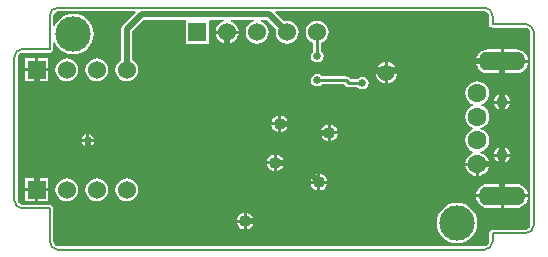
<source format=gbl>
%FSLAX25Y25*%
%MOIN*%
G70*
G01*
G75*
G04 Layer_Physical_Order=2*
G04 Layer_Color=16711680*
%ADD10R,0.03937X0.03937*%
%ADD11C,0.03937*%
%ADD12R,0.03150X0.03150*%
%ADD13R,0.03150X0.03150*%
%ADD14R,0.00984X0.06299*%
%ADD15R,0.06299X0.00984*%
%ADD16O,0.06299X0.00984*%
%ADD17O,0.03937X0.03937*%
%ADD18R,0.07087X0.04724*%
%ADD19O,0.04000X0.01200*%
%ADD20R,0.04000X0.01200*%
%ADD21R,0.03600X0.03600*%
%ADD22R,0.03600X0.05000*%
%ADD23R,0.09449X0.03937*%
%ADD24R,0.09449X0.12992*%
%ADD25C,0.01000*%
%ADD26C,0.02000*%
%ADD27C,0.04000*%
%ADD28C,0.00787*%
%ADD29C,0.06299*%
%ADD30C,0.03937*%
%ADD31O,0.15748X0.06299*%
%ADD32C,0.06000*%
%ADD33R,0.06000X0.06000*%
%ADD34C,0.11811*%
%ADD35C,0.05512*%
%ADD36C,0.02500*%
%ADD37C,0.04000*%
G36*
X157283Y79377D02*
X157783Y79043D01*
X158117Y78543D01*
X158233Y77960D01*
X158232Y77953D01*
Y75197D01*
X158324Y74731D01*
X158588Y74336D01*
X158983Y74072D01*
X159449Y73980D01*
X170472D01*
X170480Y73981D01*
X171063Y73865D01*
X171563Y73531D01*
X171897Y73031D01*
X172013Y72448D01*
X172011Y72441D01*
Y8268D01*
X172013Y8260D01*
X171897Y7678D01*
X171563Y7177D01*
X171063Y6843D01*
X170480Y6727D01*
X170472Y6729D01*
X159449D01*
X158983Y6636D01*
X158588Y6372D01*
X158324Y5978D01*
X158232Y5512D01*
Y2756D01*
X158233Y2748D01*
X158117Y2166D01*
X157783Y1666D01*
X157283Y1331D01*
X156701Y1216D01*
X156693Y1217D01*
X14567D01*
X14559Y1216D01*
X13977Y1331D01*
X13477Y1666D01*
X13142Y2166D01*
X13027Y2748D01*
X13028Y2756D01*
Y13780D01*
X12935Y14245D01*
X12672Y14640D01*
X12277Y14904D01*
X11811Y14997D01*
X2756D01*
X2748Y14995D01*
X2166Y15111D01*
X1666Y15445D01*
X1331Y15945D01*
X1216Y16528D01*
X1217Y16535D01*
Y64173D01*
X1216Y64181D01*
X1331Y64763D01*
X1666Y65263D01*
X2166Y65598D01*
X2748Y65714D01*
X2756Y65712D01*
X11811D01*
X12277Y65805D01*
X12672Y66069D01*
X12935Y66463D01*
X13028Y66929D01*
Y69051D01*
X13513Y69173D01*
X14083Y68107D01*
X14921Y67086D01*
X15942Y66248D01*
X17107Y65625D01*
X18371Y65242D01*
X19685Y65112D01*
X21000Y65242D01*
X22264Y65625D01*
X23428Y66248D01*
X24450Y67086D01*
X25288Y68107D01*
X25910Y69272D01*
X26294Y70536D01*
X26423Y71850D01*
X26294Y73165D01*
X25910Y74429D01*
X25288Y75594D01*
X24450Y76615D01*
X23428Y77453D01*
X22264Y78075D01*
X21000Y78459D01*
X19685Y78588D01*
X18371Y78459D01*
X17107Y78075D01*
X15942Y77453D01*
X14921Y76615D01*
X14083Y75594D01*
X13513Y74528D01*
X13028Y74650D01*
Y77953D01*
X13027Y77960D01*
X13142Y78543D01*
X13477Y79043D01*
X13977Y79377D01*
X14559Y79493D01*
X14567Y79492D01*
X40243D01*
X40434Y79030D01*
X36202Y74798D01*
X35804Y74202D01*
X35781Y74086D01*
X35665Y73500D01*
Y63353D01*
X35584Y63319D01*
X34790Y62710D01*
X34181Y61916D01*
X33798Y60992D01*
X33667Y60000D01*
X33798Y59008D01*
X34181Y58084D01*
X34790Y57290D01*
X35584Y56681D01*
X36508Y56298D01*
X37500Y56167D01*
X38492Y56298D01*
X39416Y56681D01*
X40210Y57290D01*
X40819Y58084D01*
X41202Y59008D01*
X41333Y60000D01*
X41202Y60992D01*
X40819Y61916D01*
X40210Y62710D01*
X39416Y63319D01*
X39335Y63353D01*
Y72740D01*
X43260Y76665D01*
X57200D01*
Y76300D01*
X57200D01*
Y68700D01*
X64800D01*
Y76300D01*
X64800D01*
Y76311D01*
X65154Y76665D01*
X69843D01*
X69941Y76174D01*
X69084Y75819D01*
X68290Y75210D01*
X67681Y74416D01*
X67298Y73492D01*
X67233Y73000D01*
X74767D01*
X74702Y73492D01*
X74319Y74416D01*
X73710Y75210D01*
X72916Y75819D01*
X72059Y76174D01*
X72157Y76665D01*
X79843D01*
X79941Y76174D01*
X79084Y75819D01*
X78290Y75210D01*
X77681Y74416D01*
X77298Y73492D01*
X77167Y72500D01*
X77298Y71508D01*
X77681Y70584D01*
X78290Y69790D01*
X79084Y69181D01*
X80008Y68798D01*
X81000Y68667D01*
X81992Y68798D01*
X82916Y69181D01*
X83710Y69790D01*
X84319Y70584D01*
X84702Y71508D01*
X84833Y72500D01*
X84702Y73492D01*
X84319Y74416D01*
X83710Y75210D01*
X82916Y75819D01*
X82059Y76174D01*
X82157Y76665D01*
X84240D01*
X87331Y73573D01*
X87298Y73492D01*
X87167Y72500D01*
X87298Y71508D01*
X87681Y70584D01*
X88290Y69790D01*
X89084Y69181D01*
X90008Y68798D01*
X91000Y68667D01*
X91992Y68798D01*
X92916Y69181D01*
X93710Y69790D01*
X94319Y70584D01*
X94702Y71508D01*
X94833Y72500D01*
X94702Y73492D01*
X94319Y74416D01*
X93710Y75210D01*
X92916Y75819D01*
X91992Y76202D01*
X91000Y76333D01*
X90008Y76202D01*
X89927Y76169D01*
X87066Y79030D01*
X87257Y79492D01*
X156693D01*
X156701Y79493D01*
X157283Y79377D01*
D02*
G37*
%LPC*%
G36*
X158249Y28043D02*
X154831D01*
Y24625D01*
X155362Y24695D01*
X156323Y25093D01*
X157148Y25726D01*
X157781Y26551D01*
X158179Y27512D01*
X158249Y28043D01*
D02*
G37*
G36*
X153831D02*
X150413D01*
X150483Y27512D01*
X150881Y26551D01*
X151514Y25726D01*
X152339Y25093D01*
X153300Y24695D01*
X153831Y24625D01*
Y28043D01*
D02*
G37*
G36*
X86500Y28500D02*
X84242D01*
X84272Y28269D01*
X84554Y27588D01*
X85003Y27003D01*
X85588Y26554D01*
X86269Y26272D01*
X86500Y26242D01*
Y28500D01*
D02*
G37*
G36*
X89758D02*
X87500D01*
Y26242D01*
X87731Y26272D01*
X88412Y26554D01*
X88997Y27003D01*
X89446Y27588D01*
X89728Y28269D01*
X89758Y28500D01*
D02*
G37*
G36*
X11300Y23800D02*
X8000D01*
Y20500D01*
X11300D01*
Y23800D01*
D02*
G37*
G36*
X7000D02*
X3700D01*
Y20500D01*
X7000D01*
Y23800D01*
D02*
G37*
G36*
X102000Y25258D02*
Y23000D01*
X104258D01*
X104228Y23231D01*
X103946Y23912D01*
X103497Y24497D01*
X102912Y24946D01*
X102231Y25228D01*
X102000Y25258D01*
D02*
G37*
G36*
X101000D02*
X100769Y25228D01*
X100088Y24946D01*
X99503Y24497D01*
X99054Y23912D01*
X98772Y23231D01*
X98742Y23000D01*
X101000D01*
Y25258D01*
D02*
G37*
G36*
X162098Y34223D02*
X161876Y34193D01*
X161202Y33914D01*
X160624Y33471D01*
X160180Y32892D01*
X159901Y32219D01*
X159872Y31996D01*
X162098D01*
Y34223D01*
D02*
G37*
G36*
X87500Y31758D02*
Y29500D01*
X89758D01*
X89728Y29731D01*
X89446Y30412D01*
X88997Y30997D01*
X88412Y31446D01*
X87731Y31728D01*
X87500Y31758D01*
D02*
G37*
G36*
X24000Y36000D02*
X22509D01*
X22569Y35700D01*
X23022Y35022D01*
X23700Y34569D01*
X24000Y34509D01*
Y36000D01*
D02*
G37*
G36*
X163098Y34223D02*
Y31996D01*
X165325D01*
X165296Y32219D01*
X165017Y32892D01*
X164573Y33471D01*
X163995Y33914D01*
X163321Y34193D01*
X163098Y34223D01*
D02*
G37*
G36*
X165325Y30996D02*
X163098D01*
Y28769D01*
X163321Y28799D01*
X163995Y29078D01*
X164573Y29522D01*
X165017Y30100D01*
X165296Y30773D01*
X165325Y30996D01*
D02*
G37*
G36*
X162098D02*
X159872D01*
X159901Y30773D01*
X160180Y30100D01*
X160624Y29522D01*
X161202Y29078D01*
X161876Y28799D01*
X162098Y28769D01*
Y30996D01*
D02*
G37*
G36*
X86500Y31758D02*
X86269Y31728D01*
X85588Y31446D01*
X85003Y30997D01*
X84554Y30412D01*
X84272Y29731D01*
X84242Y29500D01*
X86500D01*
Y31758D01*
D02*
G37*
G36*
X154331Y56149D02*
X153300Y56013D01*
X152339Y55615D01*
X151514Y54982D01*
X150881Y54157D01*
X150483Y53196D01*
X150347Y52165D01*
X150483Y51134D01*
X150881Y50173D01*
X151514Y49349D01*
X152339Y48715D01*
X152911Y48478D01*
Y47978D01*
X152339Y47741D01*
X151514Y47108D01*
X150881Y46283D01*
X150483Y45322D01*
X150347Y44291D01*
X150483Y43260D01*
X150881Y42300D01*
X151514Y41474D01*
X152339Y40841D01*
X152911Y40604D01*
Y40104D01*
X152339Y39867D01*
X151514Y39234D01*
X150881Y38409D01*
X150483Y37448D01*
X150347Y36417D01*
X150483Y35386D01*
X150881Y34426D01*
X151514Y33600D01*
X152339Y32967D01*
X152911Y32730D01*
Y32230D01*
X152339Y31993D01*
X151514Y31360D01*
X150881Y30535D01*
X150483Y29574D01*
X150413Y29043D01*
X158249D01*
X158179Y29574D01*
X157781Y30535D01*
X157148Y31360D01*
X156323Y31993D01*
X155362Y32391D01*
Y32569D01*
X156323Y32967D01*
X157148Y33600D01*
X157781Y34426D01*
X158179Y35386D01*
X158314Y36417D01*
X158179Y37448D01*
X157781Y38409D01*
X157148Y39234D01*
X156323Y39867D01*
X155362Y40265D01*
Y40443D01*
X156323Y40841D01*
X157148Y41474D01*
X157781Y42300D01*
X158179Y43260D01*
X158314Y44291D01*
X158179Y45322D01*
X157781Y46283D01*
X157148Y47108D01*
X156323Y47741D01*
X155362Y48139D01*
Y48317D01*
X156323Y48715D01*
X157148Y49349D01*
X157781Y50173D01*
X158179Y51134D01*
X158314Y52165D01*
X158179Y53196D01*
X157781Y54157D01*
X157148Y54982D01*
X156323Y55615D01*
X155362Y56013D01*
X154331Y56149D01*
D02*
G37*
G36*
X162098Y17413D02*
X153956D01*
X154026Y16882D01*
X154424Y15922D01*
X155057Y15097D01*
X155882Y14463D01*
X156843Y14065D01*
X157874Y13930D01*
X162098D01*
Y17413D01*
D02*
G37*
G36*
X77500Y12258D02*
Y10000D01*
X79758D01*
X79728Y10231D01*
X79446Y10912D01*
X78997Y11497D01*
X78412Y11946D01*
X77731Y12228D01*
X77500Y12258D01*
D02*
G37*
G36*
X17500Y23833D02*
X16508Y23702D01*
X15584Y23319D01*
X14790Y22710D01*
X14181Y21916D01*
X13798Y20992D01*
X13667Y20000D01*
X13798Y19008D01*
X14181Y18084D01*
X14790Y17290D01*
X15584Y16681D01*
X16508Y16298D01*
X17500Y16167D01*
X18492Y16298D01*
X19416Y16681D01*
X20210Y17290D01*
X20819Y18084D01*
X21202Y19008D01*
X21333Y20000D01*
X21202Y20992D01*
X20819Y21916D01*
X20210Y22710D01*
X19416Y23319D01*
X18492Y23702D01*
X17500Y23833D01*
D02*
G37*
G36*
X171241Y17413D02*
X163098D01*
Y13930D01*
X167323D01*
X168354Y14065D01*
X169315Y14463D01*
X170140Y15097D01*
X170773Y15922D01*
X171171Y16882D01*
X171241Y17413D01*
D02*
G37*
G36*
X76500Y9000D02*
X74242D01*
X74272Y8769D01*
X74554Y8088D01*
X75003Y7503D01*
X75588Y7054D01*
X76269Y6772D01*
X76500Y6742D01*
Y9000D01*
D02*
G37*
G36*
X147638Y15596D02*
X146323Y15467D01*
X145059Y15083D01*
X143894Y14461D01*
X142873Y13623D01*
X142035Y12602D01*
X141413Y11437D01*
X141029Y10173D01*
X140900Y8858D01*
X141029Y7544D01*
X141413Y6280D01*
X142035Y5115D01*
X142873Y4094D01*
X143894Y3256D01*
X145059Y2633D01*
X146323Y2250D01*
X147638Y2120D01*
X148952Y2250D01*
X150216Y2633D01*
X151381Y3256D01*
X152402Y4094D01*
X153240Y5115D01*
X153863Y6280D01*
X154246Y7544D01*
X154376Y8858D01*
X154246Y10173D01*
X153863Y11437D01*
X153240Y12602D01*
X152402Y13623D01*
X151381Y14461D01*
X150216Y15083D01*
X148952Y15467D01*
X147638Y15596D01*
D02*
G37*
G36*
X76500Y12258D02*
X76269Y12228D01*
X75588Y11946D01*
X75003Y11497D01*
X74554Y10912D01*
X74272Y10231D01*
X74242Y10000D01*
X76500D01*
Y12258D01*
D02*
G37*
G36*
X79758Y9000D02*
X77500D01*
Y6742D01*
X77731Y6772D01*
X78412Y7054D01*
X78997Y7503D01*
X79446Y8088D01*
X79728Y8769D01*
X79758Y9000D01*
D02*
G37*
G36*
X167323Y21897D02*
X163098D01*
Y18413D01*
X171241D01*
X171171Y18944D01*
X170773Y19905D01*
X170140Y20730D01*
X169315Y21363D01*
X168354Y21761D01*
X167323Y21897D01*
D02*
G37*
G36*
X162098D02*
X157874D01*
X156843Y21761D01*
X155882Y21363D01*
X155057Y20730D01*
X154424Y19905D01*
X154026Y18944D01*
X153956Y18413D01*
X162098D01*
Y21897D01*
D02*
G37*
G36*
X104258Y22000D02*
X102000D01*
Y19742D01*
X102231Y19772D01*
X102912Y20054D01*
X103497Y20503D01*
X103946Y21088D01*
X104228Y21769D01*
X104258Y22000D01*
D02*
G37*
G36*
X101000D02*
X98742D01*
X98772Y21769D01*
X99054Y21088D01*
X99503Y20503D01*
X100088Y20054D01*
X100769Y19772D01*
X101000Y19742D01*
Y22000D01*
D02*
G37*
G36*
X37500Y23833D02*
X36508Y23702D01*
X35584Y23319D01*
X34790Y22710D01*
X34181Y21916D01*
X33798Y20992D01*
X33667Y20000D01*
X33798Y19008D01*
X34181Y18084D01*
X34790Y17290D01*
X35584Y16681D01*
X36508Y16298D01*
X37500Y16167D01*
X38492Y16298D01*
X39416Y16681D01*
X40210Y17290D01*
X40819Y18084D01*
X41202Y19008D01*
X41333Y20000D01*
X41202Y20992D01*
X40819Y21916D01*
X40210Y22710D01*
X39416Y23319D01*
X38492Y23702D01*
X37500Y23833D01*
D02*
G37*
G36*
X27500D02*
X26508Y23702D01*
X25584Y23319D01*
X24790Y22710D01*
X24181Y21916D01*
X23798Y20992D01*
X23667Y20000D01*
X23798Y19008D01*
X24181Y18084D01*
X24790Y17290D01*
X25584Y16681D01*
X26508Y16298D01*
X27500Y16167D01*
X28492Y16298D01*
X29416Y16681D01*
X30210Y17290D01*
X30819Y18084D01*
X31202Y19008D01*
X31333Y20000D01*
X31202Y20992D01*
X30819Y21916D01*
X30210Y22710D01*
X29416Y23319D01*
X28492Y23702D01*
X27500Y23833D01*
D02*
G37*
G36*
X11300Y19500D02*
X8000D01*
Y16200D01*
X11300D01*
Y19500D01*
D02*
G37*
G36*
X7000D02*
X3700D01*
Y16200D01*
X7000D01*
Y19500D01*
D02*
G37*
G36*
X26491Y36000D02*
X25000D01*
Y34509D01*
X25300Y34569D01*
X25978Y35022D01*
X26431Y35700D01*
X26491Y36000D01*
D02*
G37*
G36*
X162098Y62295D02*
X153956D01*
X154026Y61764D01*
X154424Y60803D01*
X155057Y59978D01*
X155882Y59345D01*
X156843Y58947D01*
X157874Y58812D01*
X162098D01*
Y62295D01*
D02*
G37*
G36*
X11300Y59500D02*
X8000D01*
Y56200D01*
X11300D01*
Y59500D01*
D02*
G37*
G36*
X123516Y62576D02*
X123088Y62520D01*
X122222Y62161D01*
X121480Y61591D01*
X120910Y60848D01*
X120551Y59983D01*
X120495Y59555D01*
X123516D01*
Y62576D01*
D02*
G37*
G36*
X171241Y62295D02*
X163098D01*
Y58812D01*
X167323D01*
X168354Y58947D01*
X169315Y59345D01*
X170140Y59978D01*
X170773Y60803D01*
X171171Y61764D01*
X171241Y62295D01*
D02*
G37*
G36*
X17500Y63833D02*
X16508Y63702D01*
X15584Y63319D01*
X14790Y62710D01*
X14181Y61916D01*
X13798Y60992D01*
X13667Y60000D01*
X13798Y59008D01*
X14181Y58084D01*
X14790Y57290D01*
X15584Y56681D01*
X16508Y56298D01*
X17500Y56167D01*
X18492Y56298D01*
X19416Y56681D01*
X20210Y57290D01*
X20819Y58084D01*
X21202Y59008D01*
X21333Y60000D01*
X21202Y60992D01*
X20819Y61916D01*
X20210Y62710D01*
X19416Y63319D01*
X18492Y63702D01*
X17500Y63833D01*
D02*
G37*
G36*
X127536Y58555D02*
X124516D01*
Y55534D01*
X124944Y55591D01*
X125809Y55949D01*
X126552Y56519D01*
X127122Y57262D01*
X127480Y58127D01*
X127536Y58555D01*
D02*
G37*
G36*
X7000Y59500D02*
X3700D01*
Y56200D01*
X7000D01*
Y59500D01*
D02*
G37*
G36*
X27500Y63833D02*
X26508Y63702D01*
X25584Y63319D01*
X24790Y62710D01*
X24181Y61916D01*
X23798Y60992D01*
X23667Y60000D01*
X23798Y59008D01*
X24181Y58084D01*
X24790Y57290D01*
X25584Y56681D01*
X26508Y56298D01*
X27500Y56167D01*
X28492Y56298D01*
X29416Y56681D01*
X30210Y57290D01*
X30819Y58084D01*
X31202Y59008D01*
X31333Y60000D01*
X31202Y60992D01*
X30819Y61916D01*
X30210Y62710D01*
X29416Y63319D01*
X28492Y63702D01*
X27500Y63833D01*
D02*
G37*
G36*
X167323Y66779D02*
X163098D01*
Y63295D01*
X171241D01*
X171171Y63826D01*
X170773Y64787D01*
X170140Y65612D01*
X169315Y66245D01*
X168354Y66643D01*
X167323Y66779D01*
D02*
G37*
G36*
X162098D02*
X157874D01*
X156843Y66643D01*
X155882Y66245D01*
X155057Y65612D01*
X154424Y64787D01*
X154026Y63826D01*
X153956Y63295D01*
X162098D01*
Y66779D01*
D02*
G37*
G36*
X74767Y72000D02*
X71500D01*
Y68733D01*
X71992Y68798D01*
X72916Y69181D01*
X73710Y69790D01*
X74319Y70584D01*
X74702Y71508D01*
X74767Y72000D01*
D02*
G37*
G36*
X70500D02*
X67233D01*
X67298Y71508D01*
X67681Y70584D01*
X68290Y69790D01*
X69084Y69181D01*
X70008Y68798D01*
X70500Y68733D01*
Y72000D01*
D02*
G37*
G36*
X7000Y63800D02*
X3700D01*
Y60500D01*
X7000D01*
Y63800D01*
D02*
G37*
G36*
X124516Y62576D02*
Y59555D01*
X127536D01*
X127480Y59983D01*
X127122Y60848D01*
X126552Y61591D01*
X125809Y62161D01*
X124944Y62520D01*
X124516Y62576D01*
D02*
G37*
G36*
X101000Y76333D02*
X100008Y76202D01*
X99084Y75819D01*
X98290Y75210D01*
X97681Y74416D01*
X97298Y73492D01*
X97167Y72500D01*
X97298Y71508D01*
X97681Y70584D01*
X98290Y69790D01*
X99084Y69181D01*
X99674Y68936D01*
Y66080D01*
X99522Y65978D01*
X99069Y65300D01*
X98910Y64500D01*
X99069Y63700D01*
X99522Y63022D01*
X100200Y62569D01*
X101000Y62410D01*
X101800Y62569D01*
X102478Y63022D01*
X102931Y63700D01*
X103090Y64500D01*
X102931Y65300D01*
X102478Y65978D01*
X102325Y66080D01*
Y68936D01*
X102916Y69181D01*
X103710Y69790D01*
X104319Y70584D01*
X104702Y71508D01*
X104833Y72500D01*
X104702Y73492D01*
X104319Y74416D01*
X103710Y75210D01*
X102916Y75819D01*
X101992Y76202D01*
X101000Y76333D01*
D02*
G37*
G36*
X11300Y63800D02*
X8000D01*
Y60500D01*
X11300D01*
Y63800D01*
D02*
G37*
G36*
X91258Y41500D02*
X89000D01*
Y39242D01*
X89231Y39272D01*
X89912Y39554D01*
X90497Y40003D01*
X90946Y40588D01*
X91228Y41269D01*
X91258Y41500D01*
D02*
G37*
G36*
X88000D02*
X85742D01*
X85772Y41269D01*
X86054Y40588D01*
X86503Y40003D01*
X87088Y39554D01*
X87769Y39272D01*
X88000Y39242D01*
Y41500D01*
D02*
G37*
G36*
X105500Y41758D02*
Y39500D01*
X107758D01*
X107728Y39731D01*
X107446Y40412D01*
X106997Y40997D01*
X106412Y41446D01*
X105731Y41728D01*
X105500Y41758D01*
D02*
G37*
G36*
X104500D02*
X104269Y41728D01*
X103588Y41446D01*
X103003Y40997D01*
X102554Y40412D01*
X102272Y39731D01*
X102242Y39500D01*
X104500D01*
Y41758D01*
D02*
G37*
G36*
X107758Y38500D02*
X105500D01*
Y36242D01*
X105731Y36272D01*
X106412Y36554D01*
X106997Y37003D01*
X107446Y37588D01*
X107728Y38269D01*
X107758Y38500D01*
D02*
G37*
G36*
X104500D02*
X102242D01*
X102272Y38269D01*
X102554Y37588D01*
X103003Y37003D01*
X103588Y36554D01*
X104269Y36272D01*
X104500Y36242D01*
Y38500D01*
D02*
G37*
G36*
X25000Y38491D02*
Y37000D01*
X26491D01*
X26431Y37300D01*
X25978Y37978D01*
X25300Y38431D01*
X25000Y38491D01*
D02*
G37*
G36*
X24000D02*
X23700Y38431D01*
X23022Y37978D01*
X22569Y37300D01*
X22509Y37000D01*
X24000D01*
Y38491D01*
D02*
G37*
G36*
X163098Y51939D02*
Y49713D01*
X165325D01*
X165296Y49935D01*
X165017Y50609D01*
X164573Y51187D01*
X163995Y51631D01*
X163321Y51910D01*
X163098Y51939D01*
D02*
G37*
G36*
X162098D02*
X161876Y51910D01*
X161202Y51631D01*
X160624Y51187D01*
X160180Y50609D01*
X159901Y49935D01*
X159872Y49713D01*
X162098D01*
Y51939D01*
D02*
G37*
G36*
X123516Y58555D02*
X120495D01*
X120551Y58127D01*
X120910Y57262D01*
X121480Y56519D01*
X122222Y55949D01*
X123088Y55591D01*
X123516Y55534D01*
Y58555D01*
D02*
G37*
G36*
X101000Y58590D02*
X100200Y58431D01*
X99522Y57978D01*
X99069Y57300D01*
X98910Y56500D01*
X99069Y55700D01*
X99522Y55022D01*
X100200Y54569D01*
X101000Y54410D01*
X101800Y54569D01*
X102478Y55022D01*
X102580Y55174D01*
X109951D01*
X110563Y54563D01*
X110563D01*
X110563Y54563D01*
X110563Y54563D01*
Y54563D01*
X110993Y54275D01*
X111500Y54175D01*
X114420D01*
X114522Y54022D01*
X115200Y53569D01*
X116000Y53410D01*
X116800Y53569D01*
X117478Y54022D01*
X117931Y54700D01*
X118090Y55500D01*
X117931Y56300D01*
X117478Y56978D01*
X116800Y57431D01*
X116000Y57590D01*
X115200Y57431D01*
X114522Y56978D01*
X114420Y56826D01*
X112049D01*
X111437Y57437D01*
X111007Y57725D01*
X110500Y57825D01*
X102580D01*
X102478Y57978D01*
X101800Y58431D01*
X101000Y58590D01*
D02*
G37*
G36*
X89000Y44758D02*
Y42500D01*
X91258D01*
X91228Y42731D01*
X90946Y43412D01*
X90497Y43997D01*
X89912Y44446D01*
X89231Y44728D01*
X89000Y44758D01*
D02*
G37*
G36*
X88000D02*
X87769Y44728D01*
X87088Y44446D01*
X86503Y43997D01*
X86054Y43412D01*
X85772Y42731D01*
X85742Y42500D01*
X88000D01*
Y44758D01*
D02*
G37*
G36*
X165325Y48713D02*
X163098D01*
Y46486D01*
X163321Y46515D01*
X163995Y46794D01*
X164573Y47238D01*
X165017Y47816D01*
X165296Y48490D01*
X165325Y48713D01*
D02*
G37*
G36*
X162098D02*
X159872D01*
X159901Y48490D01*
X160180Y47816D01*
X160624Y47238D01*
X161202Y46794D01*
X161876Y46515D01*
X162098Y46486D01*
Y48713D01*
D02*
G37*
%LPD*%
D25*
X111500Y55500D02*
X116000D01*
X110500Y56500D02*
X111500Y55500D01*
X101000Y56500D02*
X110500D01*
X101000Y64500D02*
Y72500D01*
D26*
X121000Y60000D02*
X146500D01*
X121000D02*
X124016Y56984D01*
Y59055D01*
X85000Y78500D02*
X91000Y72500D01*
X42500Y78500D02*
X85000D01*
X162598Y28500D02*
Y31496D01*
Y17913D02*
Y28500D01*
X154374D02*
X162598D01*
Y49213D02*
Y62795D01*
Y31496D02*
Y49213D01*
X149295Y62795D02*
X162598D01*
X146500Y60000D02*
X149295Y62795D01*
X97500Y33000D02*
Y39000D01*
Y29000D02*
Y33000D01*
X24500D02*
X97500D01*
X24500D02*
Y36500D01*
X7500Y33000D02*
Y60000D01*
Y20000D02*
Y33000D01*
X24500D01*
X97500Y26500D02*
X101500Y22500D01*
X97500Y26500D02*
Y29000D01*
Y16500D02*
Y26500D01*
X77000Y9500D02*
X90500D01*
X97500Y16500D01*
X98000Y60000D02*
X121000D01*
X97500Y42000D02*
Y60500D01*
X92500Y65500D02*
X97500Y60500D01*
X98000Y60000D01*
X73000Y65500D02*
X92500D01*
X97500Y39000D02*
Y42000D01*
Y39000D02*
X105000D01*
X88500Y42000D02*
X97500D01*
X87000Y29000D02*
X97500D01*
X71000Y67500D02*
X73000Y65500D01*
X71000Y67500D02*
Y72500D01*
X37500Y73500D02*
X42500Y78500D01*
X37500Y60000D02*
Y73500D01*
D28*
X156693Y0D02*
G03*
X159449Y2756I0J2756D01*
G01*
X170472Y5512D02*
G03*
X173228Y8268I0J2756D01*
G01*
X159449Y77953D02*
G03*
X156693Y80709I-2756J0D01*
G01*
X173228Y72441D02*
G03*
X170472Y75197I-2756J0D01*
G01*
X11811Y2756D02*
G03*
X14567Y0I2756J0D01*
G01*
X0Y16535D02*
G03*
X2756Y13780I2756J0D01*
G01*
X14567Y80709D02*
G03*
X11811Y77953I0J-2756D01*
G01*
X2756Y66929D02*
G03*
X0Y64173I0J-2756D01*
G01*
X14567Y80709D02*
X156693D01*
X159449Y75197D02*
Y77953D01*
X173228Y8268D02*
Y72441D01*
X159449Y75197D02*
X170472D01*
X159449Y5512D02*
X170472D01*
X159449Y2756D02*
Y5512D01*
X14567Y0D02*
X156693D01*
X11811Y66929D02*
Y77953D01*
X2756Y66929D02*
X11811D01*
X0Y16535D02*
Y64173D01*
X2756Y13780D02*
X11811D01*
Y2756D02*
Y13780D01*
D29*
X154331Y52165D02*
D03*
Y44291D02*
D03*
Y36417D02*
D03*
Y28543D02*
D03*
D30*
X162598Y49213D02*
D03*
Y31496D02*
D03*
D31*
Y62795D02*
D03*
Y17913D02*
D03*
D32*
X91000Y72500D02*
D03*
X81000D02*
D03*
X71000D02*
D03*
X101000D02*
D03*
X17500Y20000D02*
D03*
X27500D02*
D03*
X37500D02*
D03*
X17500Y60000D02*
D03*
X27500D02*
D03*
X37500D02*
D03*
D33*
X61000Y72500D02*
D03*
X7500Y20000D02*
D03*
Y60000D02*
D03*
D34*
X147638Y8858D02*
D03*
X19685Y71850D02*
D03*
D35*
X124016Y59055D02*
D03*
D36*
X24500Y36500D02*
D03*
X116000Y55500D02*
D03*
X101000Y56500D02*
D03*
Y64500D02*
D03*
D37*
X77000Y9500D02*
D03*
X101500Y22500D02*
D03*
X87000Y29000D02*
D03*
X88500Y42000D02*
D03*
X105000Y39000D02*
D03*
M02*

</source>
